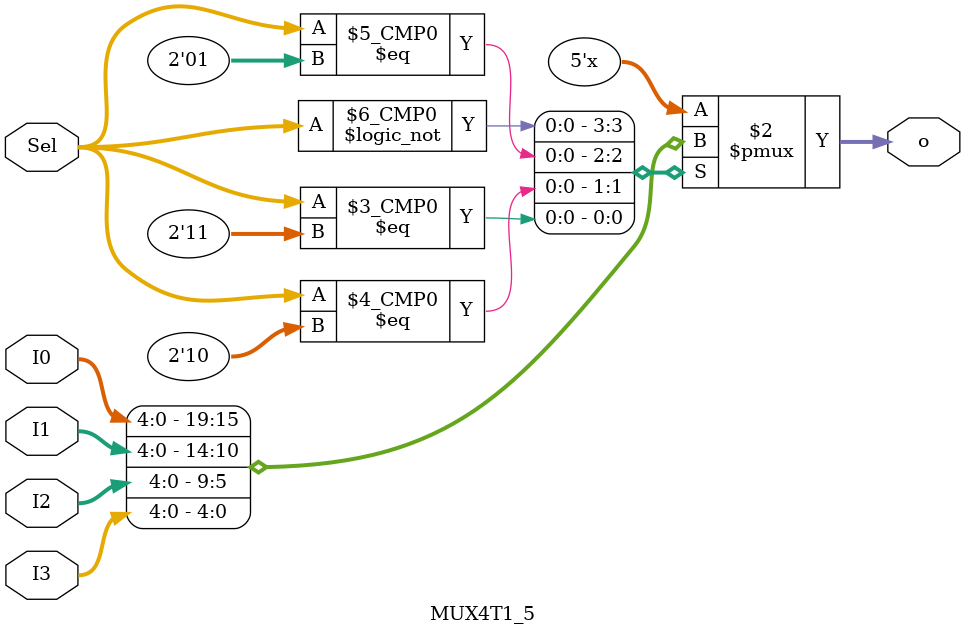
<source format=v>
`timescale 1ns / 1ps
module MUX4T1_5(input [1:0] Sel,
					 input [4:0] I0,
					 input [4:0] I1,
					 input [4:0] I2,
					 input [4:0] I3,
					 output reg[4:0] o
					);
always @* begin
	case (Sel)
		2'b00 : o <= I0;
		2'b01 : o <= I1;
		2'b10 : o <= I2;
		2'b11 : o <= I3;
		default:;
	endcase
end
endmodule

</source>
